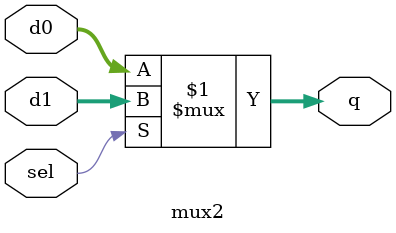
<source format=sv>
`timescale 1ns/1ps

module mux2 #(parameter WIDTH = 32) (
    input  wire [WIDTH-1:0] d0,
    input  wire [WIDTH-1:0] d1,

    input  wire             sel,

    output wire [WIDTH-1:0] q
    );

    assign q = sel ? d1 : d0;
    
endmodule
</source>
